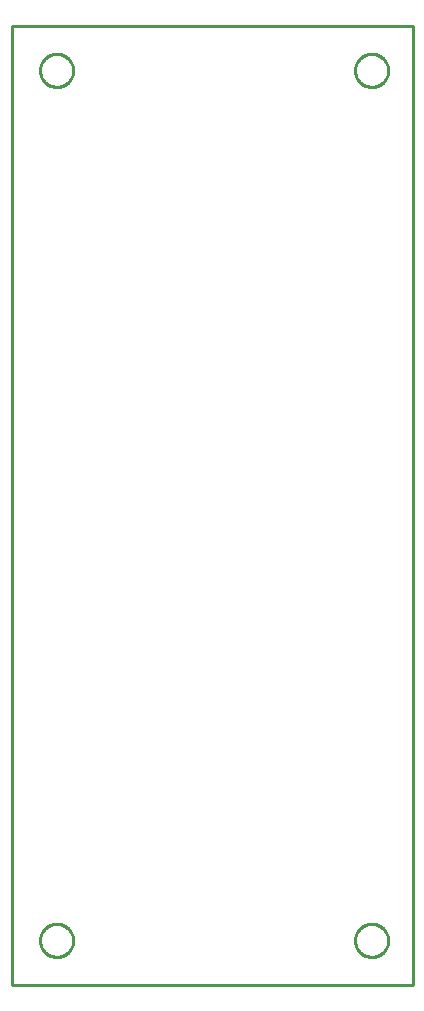
<source format=gbr>
G04 EAGLE Gerber RS-274X export*
G75*
%MOMM*%
%FSLAX34Y34*%
%LPD*%
%IN*%
%IPPOS*%
%AMOC8*
5,1,8,0,0,1.08239X$1,22.5*%
G01*
%ADD10C,0.254000*%


D10*
X0Y63500D02*
X339600Y63500D01*
X339600Y876200D01*
X0Y876200D01*
X0Y63500D01*
X52100Y837700D02*
X52029Y836703D01*
X51886Y835713D01*
X51674Y834736D01*
X51392Y833776D01*
X51043Y832839D01*
X50627Y831929D01*
X50148Y831052D01*
X49607Y830210D01*
X49008Y829410D01*
X48353Y828654D01*
X47646Y827947D01*
X46890Y827292D01*
X46090Y826693D01*
X45248Y826152D01*
X44371Y825673D01*
X43461Y825257D01*
X42524Y824908D01*
X41565Y824626D01*
X40587Y824414D01*
X39598Y824271D01*
X38600Y824200D01*
X37600Y824200D01*
X36603Y824271D01*
X35613Y824414D01*
X34636Y824626D01*
X33676Y824908D01*
X32739Y825257D01*
X31829Y825673D01*
X30952Y826152D01*
X30110Y826693D01*
X29310Y827292D01*
X28554Y827947D01*
X27847Y828654D01*
X27192Y829410D01*
X26593Y830210D01*
X26052Y831052D01*
X25573Y831929D01*
X25157Y832839D01*
X24808Y833776D01*
X24526Y834736D01*
X24314Y835713D01*
X24171Y836703D01*
X24100Y837700D01*
X24100Y838700D01*
X24171Y839698D01*
X24314Y840687D01*
X24526Y841665D01*
X24808Y842624D01*
X25157Y843561D01*
X25573Y844471D01*
X26052Y845348D01*
X26593Y846190D01*
X27192Y846990D01*
X27847Y847746D01*
X28554Y848453D01*
X29310Y849108D01*
X30110Y849707D01*
X30952Y850248D01*
X31829Y850727D01*
X32739Y851143D01*
X33676Y851492D01*
X34636Y851774D01*
X35613Y851986D01*
X36603Y852129D01*
X37600Y852200D01*
X38600Y852200D01*
X39598Y852129D01*
X40587Y851986D01*
X41565Y851774D01*
X42524Y851492D01*
X43461Y851143D01*
X44371Y850727D01*
X45248Y850248D01*
X46090Y849707D01*
X46890Y849108D01*
X47646Y848453D01*
X48353Y847746D01*
X49008Y846990D01*
X49607Y846190D01*
X50148Y845348D01*
X50627Y844471D01*
X51043Y843561D01*
X51392Y842624D01*
X51674Y841665D01*
X51886Y840687D01*
X52029Y839698D01*
X52100Y838700D01*
X52100Y837700D01*
X318800Y837700D02*
X318729Y836703D01*
X318586Y835713D01*
X318374Y834736D01*
X318092Y833776D01*
X317743Y832839D01*
X317327Y831929D01*
X316848Y831052D01*
X316307Y830210D01*
X315708Y829410D01*
X315053Y828654D01*
X314346Y827947D01*
X313590Y827292D01*
X312790Y826693D01*
X311948Y826152D01*
X311071Y825673D01*
X310161Y825257D01*
X309224Y824908D01*
X308265Y824626D01*
X307287Y824414D01*
X306298Y824271D01*
X305300Y824200D01*
X304300Y824200D01*
X303303Y824271D01*
X302313Y824414D01*
X301336Y824626D01*
X300376Y824908D01*
X299439Y825257D01*
X298529Y825673D01*
X297652Y826152D01*
X296810Y826693D01*
X296010Y827292D01*
X295254Y827947D01*
X294547Y828654D01*
X293892Y829410D01*
X293293Y830210D01*
X292752Y831052D01*
X292273Y831929D01*
X291857Y832839D01*
X291508Y833776D01*
X291226Y834736D01*
X291014Y835713D01*
X290871Y836703D01*
X290800Y837700D01*
X290800Y838700D01*
X290871Y839698D01*
X291014Y840687D01*
X291226Y841665D01*
X291508Y842624D01*
X291857Y843561D01*
X292273Y844471D01*
X292752Y845348D01*
X293293Y846190D01*
X293892Y846990D01*
X294547Y847746D01*
X295254Y848453D01*
X296010Y849108D01*
X296810Y849707D01*
X297652Y850248D01*
X298529Y850727D01*
X299439Y851143D01*
X300376Y851492D01*
X301336Y851774D01*
X302313Y851986D01*
X303303Y852129D01*
X304300Y852200D01*
X305300Y852200D01*
X306298Y852129D01*
X307287Y851986D01*
X308265Y851774D01*
X309224Y851492D01*
X310161Y851143D01*
X311071Y850727D01*
X311948Y850248D01*
X312790Y849707D01*
X313590Y849108D01*
X314346Y848453D01*
X315053Y847746D01*
X315708Y846990D01*
X316307Y846190D01*
X316848Y845348D01*
X317327Y844471D01*
X317743Y843561D01*
X318092Y842624D01*
X318374Y841665D01*
X318586Y840687D01*
X318729Y839698D01*
X318800Y838700D01*
X318800Y837700D01*
X52100Y101100D02*
X52029Y100103D01*
X51886Y99113D01*
X51674Y98136D01*
X51392Y97176D01*
X51043Y96239D01*
X50627Y95329D01*
X50148Y94452D01*
X49607Y93610D01*
X49008Y92810D01*
X48353Y92054D01*
X47646Y91347D01*
X46890Y90692D01*
X46090Y90093D01*
X45248Y89552D01*
X44371Y89073D01*
X43461Y88657D01*
X42524Y88308D01*
X41565Y88026D01*
X40587Y87814D01*
X39598Y87671D01*
X38600Y87600D01*
X37600Y87600D01*
X36603Y87671D01*
X35613Y87814D01*
X34636Y88026D01*
X33676Y88308D01*
X32739Y88657D01*
X31829Y89073D01*
X30952Y89552D01*
X30110Y90093D01*
X29310Y90692D01*
X28554Y91347D01*
X27847Y92054D01*
X27192Y92810D01*
X26593Y93610D01*
X26052Y94452D01*
X25573Y95329D01*
X25157Y96239D01*
X24808Y97176D01*
X24526Y98136D01*
X24314Y99113D01*
X24171Y100103D01*
X24100Y101100D01*
X24100Y102100D01*
X24171Y103098D01*
X24314Y104087D01*
X24526Y105065D01*
X24808Y106024D01*
X25157Y106961D01*
X25573Y107871D01*
X26052Y108748D01*
X26593Y109590D01*
X27192Y110390D01*
X27847Y111146D01*
X28554Y111853D01*
X29310Y112508D01*
X30110Y113107D01*
X30952Y113648D01*
X31829Y114127D01*
X32739Y114543D01*
X33676Y114892D01*
X34636Y115174D01*
X35613Y115386D01*
X36603Y115529D01*
X37600Y115600D01*
X38600Y115600D01*
X39598Y115529D01*
X40587Y115386D01*
X41565Y115174D01*
X42524Y114892D01*
X43461Y114543D01*
X44371Y114127D01*
X45248Y113648D01*
X46090Y113107D01*
X46890Y112508D01*
X47646Y111853D01*
X48353Y111146D01*
X49008Y110390D01*
X49607Y109590D01*
X50148Y108748D01*
X50627Y107871D01*
X51043Y106961D01*
X51392Y106024D01*
X51674Y105065D01*
X51886Y104087D01*
X52029Y103098D01*
X52100Y102100D01*
X52100Y101100D01*
X318800Y101100D02*
X318729Y100103D01*
X318586Y99113D01*
X318374Y98136D01*
X318092Y97176D01*
X317743Y96239D01*
X317327Y95329D01*
X316848Y94452D01*
X316307Y93610D01*
X315708Y92810D01*
X315053Y92054D01*
X314346Y91347D01*
X313590Y90692D01*
X312790Y90093D01*
X311948Y89552D01*
X311071Y89073D01*
X310161Y88657D01*
X309224Y88308D01*
X308265Y88026D01*
X307287Y87814D01*
X306298Y87671D01*
X305300Y87600D01*
X304300Y87600D01*
X303303Y87671D01*
X302313Y87814D01*
X301336Y88026D01*
X300376Y88308D01*
X299439Y88657D01*
X298529Y89073D01*
X297652Y89552D01*
X296810Y90093D01*
X296010Y90692D01*
X295254Y91347D01*
X294547Y92054D01*
X293892Y92810D01*
X293293Y93610D01*
X292752Y94452D01*
X292273Y95329D01*
X291857Y96239D01*
X291508Y97176D01*
X291226Y98136D01*
X291014Y99113D01*
X290871Y100103D01*
X290800Y101100D01*
X290800Y102100D01*
X290871Y103098D01*
X291014Y104087D01*
X291226Y105065D01*
X291508Y106024D01*
X291857Y106961D01*
X292273Y107871D01*
X292752Y108748D01*
X293293Y109590D01*
X293892Y110390D01*
X294547Y111146D01*
X295254Y111853D01*
X296010Y112508D01*
X296810Y113107D01*
X297652Y113648D01*
X298529Y114127D01*
X299439Y114543D01*
X300376Y114892D01*
X301336Y115174D01*
X302313Y115386D01*
X303303Y115529D01*
X304300Y115600D01*
X305300Y115600D01*
X306298Y115529D01*
X307287Y115386D01*
X308265Y115174D01*
X309224Y114892D01*
X310161Y114543D01*
X311071Y114127D01*
X311948Y113648D01*
X312790Y113107D01*
X313590Y112508D01*
X314346Y111853D01*
X315053Y111146D01*
X315708Y110390D01*
X316307Y109590D01*
X316848Y108748D01*
X317327Y107871D01*
X317743Y106961D01*
X318092Y106024D01*
X318374Y105065D01*
X318586Y104087D01*
X318729Y103098D01*
X318800Y102100D01*
X318800Y101100D01*
M02*

</source>
